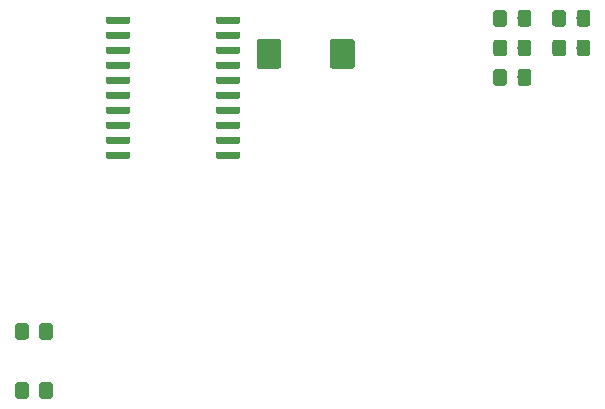
<source format=gbr>
G04 #@! TF.GenerationSoftware,KiCad,Pcbnew,(5.1.4)-1*
G04 #@! TF.CreationDate,2019-09-08T20:59:56-07:00*
G04 #@! TF.ProjectId,arduino-micro,61726475-696e-46f2-9d6d-6963726f2e6b,rev?*
G04 #@! TF.SameCoordinates,Original*
G04 #@! TF.FileFunction,Paste,Bot*
G04 #@! TF.FilePolarity,Positive*
%FSLAX46Y46*%
G04 Gerber Fmt 4.6, Leading zero omitted, Abs format (unit mm)*
G04 Created by KiCad (PCBNEW (5.1.4)-1) date 2019-09-08 20:59:56*
%MOMM*%
%LPD*%
G04 APERTURE LIST*
%ADD10C,0.100000*%
%ADD11C,2.075000*%
%ADD12C,0.600000*%
%ADD13C,1.150000*%
G04 APERTURE END LIST*
D10*
G36*
X159924504Y-98726204D02*
G01*
X159948773Y-98729804D01*
X159972571Y-98735765D01*
X159995671Y-98744030D01*
X160017849Y-98754520D01*
X160038893Y-98767133D01*
X160058598Y-98781747D01*
X160076777Y-98798223D01*
X160093253Y-98816402D01*
X160107867Y-98836107D01*
X160120480Y-98857151D01*
X160130970Y-98879329D01*
X160139235Y-98902429D01*
X160145196Y-98926227D01*
X160148796Y-98950496D01*
X160150000Y-98975000D01*
X160150000Y-101025000D01*
X160148796Y-101049504D01*
X160145196Y-101073773D01*
X160139235Y-101097571D01*
X160130970Y-101120671D01*
X160120480Y-101142849D01*
X160107867Y-101163893D01*
X160093253Y-101183598D01*
X160076777Y-101201777D01*
X160058598Y-101218253D01*
X160038893Y-101232867D01*
X160017849Y-101245480D01*
X159995671Y-101255970D01*
X159972571Y-101264235D01*
X159948773Y-101270196D01*
X159924504Y-101273796D01*
X159900000Y-101275000D01*
X158325000Y-101275000D01*
X158300496Y-101273796D01*
X158276227Y-101270196D01*
X158252429Y-101264235D01*
X158229329Y-101255970D01*
X158207151Y-101245480D01*
X158186107Y-101232867D01*
X158166402Y-101218253D01*
X158148223Y-101201777D01*
X158131747Y-101183598D01*
X158117133Y-101163893D01*
X158104520Y-101142849D01*
X158094030Y-101120671D01*
X158085765Y-101097571D01*
X158079804Y-101073773D01*
X158076204Y-101049504D01*
X158075000Y-101025000D01*
X158075000Y-98975000D01*
X158076204Y-98950496D01*
X158079804Y-98926227D01*
X158085765Y-98902429D01*
X158094030Y-98879329D01*
X158104520Y-98857151D01*
X158117133Y-98836107D01*
X158131747Y-98816402D01*
X158148223Y-98798223D01*
X158166402Y-98781747D01*
X158186107Y-98767133D01*
X158207151Y-98754520D01*
X158229329Y-98744030D01*
X158252429Y-98735765D01*
X158276227Y-98729804D01*
X158300496Y-98726204D01*
X158325000Y-98725000D01*
X159900000Y-98725000D01*
X159924504Y-98726204D01*
X159924504Y-98726204D01*
G37*
D11*
X159112500Y-100000000D03*
D10*
G36*
X153699504Y-98726204D02*
G01*
X153723773Y-98729804D01*
X153747571Y-98735765D01*
X153770671Y-98744030D01*
X153792849Y-98754520D01*
X153813893Y-98767133D01*
X153833598Y-98781747D01*
X153851777Y-98798223D01*
X153868253Y-98816402D01*
X153882867Y-98836107D01*
X153895480Y-98857151D01*
X153905970Y-98879329D01*
X153914235Y-98902429D01*
X153920196Y-98926227D01*
X153923796Y-98950496D01*
X153925000Y-98975000D01*
X153925000Y-101025000D01*
X153923796Y-101049504D01*
X153920196Y-101073773D01*
X153914235Y-101097571D01*
X153905970Y-101120671D01*
X153895480Y-101142849D01*
X153882867Y-101163893D01*
X153868253Y-101183598D01*
X153851777Y-101201777D01*
X153833598Y-101218253D01*
X153813893Y-101232867D01*
X153792849Y-101245480D01*
X153770671Y-101255970D01*
X153747571Y-101264235D01*
X153723773Y-101270196D01*
X153699504Y-101273796D01*
X153675000Y-101275000D01*
X152100000Y-101275000D01*
X152075496Y-101273796D01*
X152051227Y-101270196D01*
X152027429Y-101264235D01*
X152004329Y-101255970D01*
X151982151Y-101245480D01*
X151961107Y-101232867D01*
X151941402Y-101218253D01*
X151923223Y-101201777D01*
X151906747Y-101183598D01*
X151892133Y-101163893D01*
X151879520Y-101142849D01*
X151869030Y-101120671D01*
X151860765Y-101097571D01*
X151854804Y-101073773D01*
X151851204Y-101049504D01*
X151850000Y-101025000D01*
X151850000Y-98975000D01*
X151851204Y-98950496D01*
X151854804Y-98926227D01*
X151860765Y-98902429D01*
X151869030Y-98879329D01*
X151879520Y-98857151D01*
X151892133Y-98836107D01*
X151906747Y-98816402D01*
X151923223Y-98798223D01*
X151941402Y-98781747D01*
X151961107Y-98767133D01*
X151982151Y-98754520D01*
X152004329Y-98744030D01*
X152027429Y-98735765D01*
X152051227Y-98729804D01*
X152075496Y-98726204D01*
X152100000Y-98725000D01*
X153675000Y-98725000D01*
X153699504Y-98726204D01*
X153699504Y-98726204D01*
G37*
D11*
X152887500Y-100000000D03*
D10*
G36*
X150319703Y-108285722D02*
G01*
X150334264Y-108287882D01*
X150348543Y-108291459D01*
X150362403Y-108296418D01*
X150375710Y-108302712D01*
X150388336Y-108310280D01*
X150400159Y-108319048D01*
X150411066Y-108328934D01*
X150420952Y-108339841D01*
X150429720Y-108351664D01*
X150437288Y-108364290D01*
X150443582Y-108377597D01*
X150448541Y-108391457D01*
X150452118Y-108405736D01*
X150454278Y-108420297D01*
X150455000Y-108435000D01*
X150455000Y-108735000D01*
X150454278Y-108749703D01*
X150452118Y-108764264D01*
X150448541Y-108778543D01*
X150443582Y-108792403D01*
X150437288Y-108805710D01*
X150429720Y-108818336D01*
X150420952Y-108830159D01*
X150411066Y-108841066D01*
X150400159Y-108850952D01*
X150388336Y-108859720D01*
X150375710Y-108867288D01*
X150362403Y-108873582D01*
X150348543Y-108878541D01*
X150334264Y-108882118D01*
X150319703Y-108884278D01*
X150305000Y-108885000D01*
X148555000Y-108885000D01*
X148540297Y-108884278D01*
X148525736Y-108882118D01*
X148511457Y-108878541D01*
X148497597Y-108873582D01*
X148484290Y-108867288D01*
X148471664Y-108859720D01*
X148459841Y-108850952D01*
X148448934Y-108841066D01*
X148439048Y-108830159D01*
X148430280Y-108818336D01*
X148422712Y-108805710D01*
X148416418Y-108792403D01*
X148411459Y-108778543D01*
X148407882Y-108764264D01*
X148405722Y-108749703D01*
X148405000Y-108735000D01*
X148405000Y-108435000D01*
X148405722Y-108420297D01*
X148407882Y-108405736D01*
X148411459Y-108391457D01*
X148416418Y-108377597D01*
X148422712Y-108364290D01*
X148430280Y-108351664D01*
X148439048Y-108339841D01*
X148448934Y-108328934D01*
X148459841Y-108319048D01*
X148471664Y-108310280D01*
X148484290Y-108302712D01*
X148497597Y-108296418D01*
X148511457Y-108291459D01*
X148525736Y-108287882D01*
X148540297Y-108285722D01*
X148555000Y-108285000D01*
X150305000Y-108285000D01*
X150319703Y-108285722D01*
X150319703Y-108285722D01*
G37*
D12*
X149430000Y-108585000D03*
D10*
G36*
X150319703Y-107015722D02*
G01*
X150334264Y-107017882D01*
X150348543Y-107021459D01*
X150362403Y-107026418D01*
X150375710Y-107032712D01*
X150388336Y-107040280D01*
X150400159Y-107049048D01*
X150411066Y-107058934D01*
X150420952Y-107069841D01*
X150429720Y-107081664D01*
X150437288Y-107094290D01*
X150443582Y-107107597D01*
X150448541Y-107121457D01*
X150452118Y-107135736D01*
X150454278Y-107150297D01*
X150455000Y-107165000D01*
X150455000Y-107465000D01*
X150454278Y-107479703D01*
X150452118Y-107494264D01*
X150448541Y-107508543D01*
X150443582Y-107522403D01*
X150437288Y-107535710D01*
X150429720Y-107548336D01*
X150420952Y-107560159D01*
X150411066Y-107571066D01*
X150400159Y-107580952D01*
X150388336Y-107589720D01*
X150375710Y-107597288D01*
X150362403Y-107603582D01*
X150348543Y-107608541D01*
X150334264Y-107612118D01*
X150319703Y-107614278D01*
X150305000Y-107615000D01*
X148555000Y-107615000D01*
X148540297Y-107614278D01*
X148525736Y-107612118D01*
X148511457Y-107608541D01*
X148497597Y-107603582D01*
X148484290Y-107597288D01*
X148471664Y-107589720D01*
X148459841Y-107580952D01*
X148448934Y-107571066D01*
X148439048Y-107560159D01*
X148430280Y-107548336D01*
X148422712Y-107535710D01*
X148416418Y-107522403D01*
X148411459Y-107508543D01*
X148407882Y-107494264D01*
X148405722Y-107479703D01*
X148405000Y-107465000D01*
X148405000Y-107165000D01*
X148405722Y-107150297D01*
X148407882Y-107135736D01*
X148411459Y-107121457D01*
X148416418Y-107107597D01*
X148422712Y-107094290D01*
X148430280Y-107081664D01*
X148439048Y-107069841D01*
X148448934Y-107058934D01*
X148459841Y-107049048D01*
X148471664Y-107040280D01*
X148484290Y-107032712D01*
X148497597Y-107026418D01*
X148511457Y-107021459D01*
X148525736Y-107017882D01*
X148540297Y-107015722D01*
X148555000Y-107015000D01*
X150305000Y-107015000D01*
X150319703Y-107015722D01*
X150319703Y-107015722D01*
G37*
D12*
X149430000Y-107315000D03*
D10*
G36*
X150319703Y-105745722D02*
G01*
X150334264Y-105747882D01*
X150348543Y-105751459D01*
X150362403Y-105756418D01*
X150375710Y-105762712D01*
X150388336Y-105770280D01*
X150400159Y-105779048D01*
X150411066Y-105788934D01*
X150420952Y-105799841D01*
X150429720Y-105811664D01*
X150437288Y-105824290D01*
X150443582Y-105837597D01*
X150448541Y-105851457D01*
X150452118Y-105865736D01*
X150454278Y-105880297D01*
X150455000Y-105895000D01*
X150455000Y-106195000D01*
X150454278Y-106209703D01*
X150452118Y-106224264D01*
X150448541Y-106238543D01*
X150443582Y-106252403D01*
X150437288Y-106265710D01*
X150429720Y-106278336D01*
X150420952Y-106290159D01*
X150411066Y-106301066D01*
X150400159Y-106310952D01*
X150388336Y-106319720D01*
X150375710Y-106327288D01*
X150362403Y-106333582D01*
X150348543Y-106338541D01*
X150334264Y-106342118D01*
X150319703Y-106344278D01*
X150305000Y-106345000D01*
X148555000Y-106345000D01*
X148540297Y-106344278D01*
X148525736Y-106342118D01*
X148511457Y-106338541D01*
X148497597Y-106333582D01*
X148484290Y-106327288D01*
X148471664Y-106319720D01*
X148459841Y-106310952D01*
X148448934Y-106301066D01*
X148439048Y-106290159D01*
X148430280Y-106278336D01*
X148422712Y-106265710D01*
X148416418Y-106252403D01*
X148411459Y-106238543D01*
X148407882Y-106224264D01*
X148405722Y-106209703D01*
X148405000Y-106195000D01*
X148405000Y-105895000D01*
X148405722Y-105880297D01*
X148407882Y-105865736D01*
X148411459Y-105851457D01*
X148416418Y-105837597D01*
X148422712Y-105824290D01*
X148430280Y-105811664D01*
X148439048Y-105799841D01*
X148448934Y-105788934D01*
X148459841Y-105779048D01*
X148471664Y-105770280D01*
X148484290Y-105762712D01*
X148497597Y-105756418D01*
X148511457Y-105751459D01*
X148525736Y-105747882D01*
X148540297Y-105745722D01*
X148555000Y-105745000D01*
X150305000Y-105745000D01*
X150319703Y-105745722D01*
X150319703Y-105745722D01*
G37*
D12*
X149430000Y-106045000D03*
D10*
G36*
X150319703Y-104475722D02*
G01*
X150334264Y-104477882D01*
X150348543Y-104481459D01*
X150362403Y-104486418D01*
X150375710Y-104492712D01*
X150388336Y-104500280D01*
X150400159Y-104509048D01*
X150411066Y-104518934D01*
X150420952Y-104529841D01*
X150429720Y-104541664D01*
X150437288Y-104554290D01*
X150443582Y-104567597D01*
X150448541Y-104581457D01*
X150452118Y-104595736D01*
X150454278Y-104610297D01*
X150455000Y-104625000D01*
X150455000Y-104925000D01*
X150454278Y-104939703D01*
X150452118Y-104954264D01*
X150448541Y-104968543D01*
X150443582Y-104982403D01*
X150437288Y-104995710D01*
X150429720Y-105008336D01*
X150420952Y-105020159D01*
X150411066Y-105031066D01*
X150400159Y-105040952D01*
X150388336Y-105049720D01*
X150375710Y-105057288D01*
X150362403Y-105063582D01*
X150348543Y-105068541D01*
X150334264Y-105072118D01*
X150319703Y-105074278D01*
X150305000Y-105075000D01*
X148555000Y-105075000D01*
X148540297Y-105074278D01*
X148525736Y-105072118D01*
X148511457Y-105068541D01*
X148497597Y-105063582D01*
X148484290Y-105057288D01*
X148471664Y-105049720D01*
X148459841Y-105040952D01*
X148448934Y-105031066D01*
X148439048Y-105020159D01*
X148430280Y-105008336D01*
X148422712Y-104995710D01*
X148416418Y-104982403D01*
X148411459Y-104968543D01*
X148407882Y-104954264D01*
X148405722Y-104939703D01*
X148405000Y-104925000D01*
X148405000Y-104625000D01*
X148405722Y-104610297D01*
X148407882Y-104595736D01*
X148411459Y-104581457D01*
X148416418Y-104567597D01*
X148422712Y-104554290D01*
X148430280Y-104541664D01*
X148439048Y-104529841D01*
X148448934Y-104518934D01*
X148459841Y-104509048D01*
X148471664Y-104500280D01*
X148484290Y-104492712D01*
X148497597Y-104486418D01*
X148511457Y-104481459D01*
X148525736Y-104477882D01*
X148540297Y-104475722D01*
X148555000Y-104475000D01*
X150305000Y-104475000D01*
X150319703Y-104475722D01*
X150319703Y-104475722D01*
G37*
D12*
X149430000Y-104775000D03*
D10*
G36*
X150319703Y-103205722D02*
G01*
X150334264Y-103207882D01*
X150348543Y-103211459D01*
X150362403Y-103216418D01*
X150375710Y-103222712D01*
X150388336Y-103230280D01*
X150400159Y-103239048D01*
X150411066Y-103248934D01*
X150420952Y-103259841D01*
X150429720Y-103271664D01*
X150437288Y-103284290D01*
X150443582Y-103297597D01*
X150448541Y-103311457D01*
X150452118Y-103325736D01*
X150454278Y-103340297D01*
X150455000Y-103355000D01*
X150455000Y-103655000D01*
X150454278Y-103669703D01*
X150452118Y-103684264D01*
X150448541Y-103698543D01*
X150443582Y-103712403D01*
X150437288Y-103725710D01*
X150429720Y-103738336D01*
X150420952Y-103750159D01*
X150411066Y-103761066D01*
X150400159Y-103770952D01*
X150388336Y-103779720D01*
X150375710Y-103787288D01*
X150362403Y-103793582D01*
X150348543Y-103798541D01*
X150334264Y-103802118D01*
X150319703Y-103804278D01*
X150305000Y-103805000D01*
X148555000Y-103805000D01*
X148540297Y-103804278D01*
X148525736Y-103802118D01*
X148511457Y-103798541D01*
X148497597Y-103793582D01*
X148484290Y-103787288D01*
X148471664Y-103779720D01*
X148459841Y-103770952D01*
X148448934Y-103761066D01*
X148439048Y-103750159D01*
X148430280Y-103738336D01*
X148422712Y-103725710D01*
X148416418Y-103712403D01*
X148411459Y-103698543D01*
X148407882Y-103684264D01*
X148405722Y-103669703D01*
X148405000Y-103655000D01*
X148405000Y-103355000D01*
X148405722Y-103340297D01*
X148407882Y-103325736D01*
X148411459Y-103311457D01*
X148416418Y-103297597D01*
X148422712Y-103284290D01*
X148430280Y-103271664D01*
X148439048Y-103259841D01*
X148448934Y-103248934D01*
X148459841Y-103239048D01*
X148471664Y-103230280D01*
X148484290Y-103222712D01*
X148497597Y-103216418D01*
X148511457Y-103211459D01*
X148525736Y-103207882D01*
X148540297Y-103205722D01*
X148555000Y-103205000D01*
X150305000Y-103205000D01*
X150319703Y-103205722D01*
X150319703Y-103205722D01*
G37*
D12*
X149430000Y-103505000D03*
D10*
G36*
X150319703Y-101935722D02*
G01*
X150334264Y-101937882D01*
X150348543Y-101941459D01*
X150362403Y-101946418D01*
X150375710Y-101952712D01*
X150388336Y-101960280D01*
X150400159Y-101969048D01*
X150411066Y-101978934D01*
X150420952Y-101989841D01*
X150429720Y-102001664D01*
X150437288Y-102014290D01*
X150443582Y-102027597D01*
X150448541Y-102041457D01*
X150452118Y-102055736D01*
X150454278Y-102070297D01*
X150455000Y-102085000D01*
X150455000Y-102385000D01*
X150454278Y-102399703D01*
X150452118Y-102414264D01*
X150448541Y-102428543D01*
X150443582Y-102442403D01*
X150437288Y-102455710D01*
X150429720Y-102468336D01*
X150420952Y-102480159D01*
X150411066Y-102491066D01*
X150400159Y-102500952D01*
X150388336Y-102509720D01*
X150375710Y-102517288D01*
X150362403Y-102523582D01*
X150348543Y-102528541D01*
X150334264Y-102532118D01*
X150319703Y-102534278D01*
X150305000Y-102535000D01*
X148555000Y-102535000D01*
X148540297Y-102534278D01*
X148525736Y-102532118D01*
X148511457Y-102528541D01*
X148497597Y-102523582D01*
X148484290Y-102517288D01*
X148471664Y-102509720D01*
X148459841Y-102500952D01*
X148448934Y-102491066D01*
X148439048Y-102480159D01*
X148430280Y-102468336D01*
X148422712Y-102455710D01*
X148416418Y-102442403D01*
X148411459Y-102428543D01*
X148407882Y-102414264D01*
X148405722Y-102399703D01*
X148405000Y-102385000D01*
X148405000Y-102085000D01*
X148405722Y-102070297D01*
X148407882Y-102055736D01*
X148411459Y-102041457D01*
X148416418Y-102027597D01*
X148422712Y-102014290D01*
X148430280Y-102001664D01*
X148439048Y-101989841D01*
X148448934Y-101978934D01*
X148459841Y-101969048D01*
X148471664Y-101960280D01*
X148484290Y-101952712D01*
X148497597Y-101946418D01*
X148511457Y-101941459D01*
X148525736Y-101937882D01*
X148540297Y-101935722D01*
X148555000Y-101935000D01*
X150305000Y-101935000D01*
X150319703Y-101935722D01*
X150319703Y-101935722D01*
G37*
D12*
X149430000Y-102235000D03*
D10*
G36*
X150319703Y-100665722D02*
G01*
X150334264Y-100667882D01*
X150348543Y-100671459D01*
X150362403Y-100676418D01*
X150375710Y-100682712D01*
X150388336Y-100690280D01*
X150400159Y-100699048D01*
X150411066Y-100708934D01*
X150420952Y-100719841D01*
X150429720Y-100731664D01*
X150437288Y-100744290D01*
X150443582Y-100757597D01*
X150448541Y-100771457D01*
X150452118Y-100785736D01*
X150454278Y-100800297D01*
X150455000Y-100815000D01*
X150455000Y-101115000D01*
X150454278Y-101129703D01*
X150452118Y-101144264D01*
X150448541Y-101158543D01*
X150443582Y-101172403D01*
X150437288Y-101185710D01*
X150429720Y-101198336D01*
X150420952Y-101210159D01*
X150411066Y-101221066D01*
X150400159Y-101230952D01*
X150388336Y-101239720D01*
X150375710Y-101247288D01*
X150362403Y-101253582D01*
X150348543Y-101258541D01*
X150334264Y-101262118D01*
X150319703Y-101264278D01*
X150305000Y-101265000D01*
X148555000Y-101265000D01*
X148540297Y-101264278D01*
X148525736Y-101262118D01*
X148511457Y-101258541D01*
X148497597Y-101253582D01*
X148484290Y-101247288D01*
X148471664Y-101239720D01*
X148459841Y-101230952D01*
X148448934Y-101221066D01*
X148439048Y-101210159D01*
X148430280Y-101198336D01*
X148422712Y-101185710D01*
X148416418Y-101172403D01*
X148411459Y-101158543D01*
X148407882Y-101144264D01*
X148405722Y-101129703D01*
X148405000Y-101115000D01*
X148405000Y-100815000D01*
X148405722Y-100800297D01*
X148407882Y-100785736D01*
X148411459Y-100771457D01*
X148416418Y-100757597D01*
X148422712Y-100744290D01*
X148430280Y-100731664D01*
X148439048Y-100719841D01*
X148448934Y-100708934D01*
X148459841Y-100699048D01*
X148471664Y-100690280D01*
X148484290Y-100682712D01*
X148497597Y-100676418D01*
X148511457Y-100671459D01*
X148525736Y-100667882D01*
X148540297Y-100665722D01*
X148555000Y-100665000D01*
X150305000Y-100665000D01*
X150319703Y-100665722D01*
X150319703Y-100665722D01*
G37*
D12*
X149430000Y-100965000D03*
D10*
G36*
X150319703Y-99395722D02*
G01*
X150334264Y-99397882D01*
X150348543Y-99401459D01*
X150362403Y-99406418D01*
X150375710Y-99412712D01*
X150388336Y-99420280D01*
X150400159Y-99429048D01*
X150411066Y-99438934D01*
X150420952Y-99449841D01*
X150429720Y-99461664D01*
X150437288Y-99474290D01*
X150443582Y-99487597D01*
X150448541Y-99501457D01*
X150452118Y-99515736D01*
X150454278Y-99530297D01*
X150455000Y-99545000D01*
X150455000Y-99845000D01*
X150454278Y-99859703D01*
X150452118Y-99874264D01*
X150448541Y-99888543D01*
X150443582Y-99902403D01*
X150437288Y-99915710D01*
X150429720Y-99928336D01*
X150420952Y-99940159D01*
X150411066Y-99951066D01*
X150400159Y-99960952D01*
X150388336Y-99969720D01*
X150375710Y-99977288D01*
X150362403Y-99983582D01*
X150348543Y-99988541D01*
X150334264Y-99992118D01*
X150319703Y-99994278D01*
X150305000Y-99995000D01*
X148555000Y-99995000D01*
X148540297Y-99994278D01*
X148525736Y-99992118D01*
X148511457Y-99988541D01*
X148497597Y-99983582D01*
X148484290Y-99977288D01*
X148471664Y-99969720D01*
X148459841Y-99960952D01*
X148448934Y-99951066D01*
X148439048Y-99940159D01*
X148430280Y-99928336D01*
X148422712Y-99915710D01*
X148416418Y-99902403D01*
X148411459Y-99888543D01*
X148407882Y-99874264D01*
X148405722Y-99859703D01*
X148405000Y-99845000D01*
X148405000Y-99545000D01*
X148405722Y-99530297D01*
X148407882Y-99515736D01*
X148411459Y-99501457D01*
X148416418Y-99487597D01*
X148422712Y-99474290D01*
X148430280Y-99461664D01*
X148439048Y-99449841D01*
X148448934Y-99438934D01*
X148459841Y-99429048D01*
X148471664Y-99420280D01*
X148484290Y-99412712D01*
X148497597Y-99406418D01*
X148511457Y-99401459D01*
X148525736Y-99397882D01*
X148540297Y-99395722D01*
X148555000Y-99395000D01*
X150305000Y-99395000D01*
X150319703Y-99395722D01*
X150319703Y-99395722D01*
G37*
D12*
X149430000Y-99695000D03*
D10*
G36*
X150319703Y-98125722D02*
G01*
X150334264Y-98127882D01*
X150348543Y-98131459D01*
X150362403Y-98136418D01*
X150375710Y-98142712D01*
X150388336Y-98150280D01*
X150400159Y-98159048D01*
X150411066Y-98168934D01*
X150420952Y-98179841D01*
X150429720Y-98191664D01*
X150437288Y-98204290D01*
X150443582Y-98217597D01*
X150448541Y-98231457D01*
X150452118Y-98245736D01*
X150454278Y-98260297D01*
X150455000Y-98275000D01*
X150455000Y-98575000D01*
X150454278Y-98589703D01*
X150452118Y-98604264D01*
X150448541Y-98618543D01*
X150443582Y-98632403D01*
X150437288Y-98645710D01*
X150429720Y-98658336D01*
X150420952Y-98670159D01*
X150411066Y-98681066D01*
X150400159Y-98690952D01*
X150388336Y-98699720D01*
X150375710Y-98707288D01*
X150362403Y-98713582D01*
X150348543Y-98718541D01*
X150334264Y-98722118D01*
X150319703Y-98724278D01*
X150305000Y-98725000D01*
X148555000Y-98725000D01*
X148540297Y-98724278D01*
X148525736Y-98722118D01*
X148511457Y-98718541D01*
X148497597Y-98713582D01*
X148484290Y-98707288D01*
X148471664Y-98699720D01*
X148459841Y-98690952D01*
X148448934Y-98681066D01*
X148439048Y-98670159D01*
X148430280Y-98658336D01*
X148422712Y-98645710D01*
X148416418Y-98632403D01*
X148411459Y-98618543D01*
X148407882Y-98604264D01*
X148405722Y-98589703D01*
X148405000Y-98575000D01*
X148405000Y-98275000D01*
X148405722Y-98260297D01*
X148407882Y-98245736D01*
X148411459Y-98231457D01*
X148416418Y-98217597D01*
X148422712Y-98204290D01*
X148430280Y-98191664D01*
X148439048Y-98179841D01*
X148448934Y-98168934D01*
X148459841Y-98159048D01*
X148471664Y-98150280D01*
X148484290Y-98142712D01*
X148497597Y-98136418D01*
X148511457Y-98131459D01*
X148525736Y-98127882D01*
X148540297Y-98125722D01*
X148555000Y-98125000D01*
X150305000Y-98125000D01*
X150319703Y-98125722D01*
X150319703Y-98125722D01*
G37*
D12*
X149430000Y-98425000D03*
D10*
G36*
X150319703Y-96855722D02*
G01*
X150334264Y-96857882D01*
X150348543Y-96861459D01*
X150362403Y-96866418D01*
X150375710Y-96872712D01*
X150388336Y-96880280D01*
X150400159Y-96889048D01*
X150411066Y-96898934D01*
X150420952Y-96909841D01*
X150429720Y-96921664D01*
X150437288Y-96934290D01*
X150443582Y-96947597D01*
X150448541Y-96961457D01*
X150452118Y-96975736D01*
X150454278Y-96990297D01*
X150455000Y-97005000D01*
X150455000Y-97305000D01*
X150454278Y-97319703D01*
X150452118Y-97334264D01*
X150448541Y-97348543D01*
X150443582Y-97362403D01*
X150437288Y-97375710D01*
X150429720Y-97388336D01*
X150420952Y-97400159D01*
X150411066Y-97411066D01*
X150400159Y-97420952D01*
X150388336Y-97429720D01*
X150375710Y-97437288D01*
X150362403Y-97443582D01*
X150348543Y-97448541D01*
X150334264Y-97452118D01*
X150319703Y-97454278D01*
X150305000Y-97455000D01*
X148555000Y-97455000D01*
X148540297Y-97454278D01*
X148525736Y-97452118D01*
X148511457Y-97448541D01*
X148497597Y-97443582D01*
X148484290Y-97437288D01*
X148471664Y-97429720D01*
X148459841Y-97420952D01*
X148448934Y-97411066D01*
X148439048Y-97400159D01*
X148430280Y-97388336D01*
X148422712Y-97375710D01*
X148416418Y-97362403D01*
X148411459Y-97348543D01*
X148407882Y-97334264D01*
X148405722Y-97319703D01*
X148405000Y-97305000D01*
X148405000Y-97005000D01*
X148405722Y-96990297D01*
X148407882Y-96975736D01*
X148411459Y-96961457D01*
X148416418Y-96947597D01*
X148422712Y-96934290D01*
X148430280Y-96921664D01*
X148439048Y-96909841D01*
X148448934Y-96898934D01*
X148459841Y-96889048D01*
X148471664Y-96880280D01*
X148484290Y-96872712D01*
X148497597Y-96866418D01*
X148511457Y-96861459D01*
X148525736Y-96857882D01*
X148540297Y-96855722D01*
X148555000Y-96855000D01*
X150305000Y-96855000D01*
X150319703Y-96855722D01*
X150319703Y-96855722D01*
G37*
D12*
X149430000Y-97155000D03*
D10*
G36*
X141019703Y-96855722D02*
G01*
X141034264Y-96857882D01*
X141048543Y-96861459D01*
X141062403Y-96866418D01*
X141075710Y-96872712D01*
X141088336Y-96880280D01*
X141100159Y-96889048D01*
X141111066Y-96898934D01*
X141120952Y-96909841D01*
X141129720Y-96921664D01*
X141137288Y-96934290D01*
X141143582Y-96947597D01*
X141148541Y-96961457D01*
X141152118Y-96975736D01*
X141154278Y-96990297D01*
X141155000Y-97005000D01*
X141155000Y-97305000D01*
X141154278Y-97319703D01*
X141152118Y-97334264D01*
X141148541Y-97348543D01*
X141143582Y-97362403D01*
X141137288Y-97375710D01*
X141129720Y-97388336D01*
X141120952Y-97400159D01*
X141111066Y-97411066D01*
X141100159Y-97420952D01*
X141088336Y-97429720D01*
X141075710Y-97437288D01*
X141062403Y-97443582D01*
X141048543Y-97448541D01*
X141034264Y-97452118D01*
X141019703Y-97454278D01*
X141005000Y-97455000D01*
X139255000Y-97455000D01*
X139240297Y-97454278D01*
X139225736Y-97452118D01*
X139211457Y-97448541D01*
X139197597Y-97443582D01*
X139184290Y-97437288D01*
X139171664Y-97429720D01*
X139159841Y-97420952D01*
X139148934Y-97411066D01*
X139139048Y-97400159D01*
X139130280Y-97388336D01*
X139122712Y-97375710D01*
X139116418Y-97362403D01*
X139111459Y-97348543D01*
X139107882Y-97334264D01*
X139105722Y-97319703D01*
X139105000Y-97305000D01*
X139105000Y-97005000D01*
X139105722Y-96990297D01*
X139107882Y-96975736D01*
X139111459Y-96961457D01*
X139116418Y-96947597D01*
X139122712Y-96934290D01*
X139130280Y-96921664D01*
X139139048Y-96909841D01*
X139148934Y-96898934D01*
X139159841Y-96889048D01*
X139171664Y-96880280D01*
X139184290Y-96872712D01*
X139197597Y-96866418D01*
X139211457Y-96861459D01*
X139225736Y-96857882D01*
X139240297Y-96855722D01*
X139255000Y-96855000D01*
X141005000Y-96855000D01*
X141019703Y-96855722D01*
X141019703Y-96855722D01*
G37*
D12*
X140130000Y-97155000D03*
D10*
G36*
X141019703Y-98125722D02*
G01*
X141034264Y-98127882D01*
X141048543Y-98131459D01*
X141062403Y-98136418D01*
X141075710Y-98142712D01*
X141088336Y-98150280D01*
X141100159Y-98159048D01*
X141111066Y-98168934D01*
X141120952Y-98179841D01*
X141129720Y-98191664D01*
X141137288Y-98204290D01*
X141143582Y-98217597D01*
X141148541Y-98231457D01*
X141152118Y-98245736D01*
X141154278Y-98260297D01*
X141155000Y-98275000D01*
X141155000Y-98575000D01*
X141154278Y-98589703D01*
X141152118Y-98604264D01*
X141148541Y-98618543D01*
X141143582Y-98632403D01*
X141137288Y-98645710D01*
X141129720Y-98658336D01*
X141120952Y-98670159D01*
X141111066Y-98681066D01*
X141100159Y-98690952D01*
X141088336Y-98699720D01*
X141075710Y-98707288D01*
X141062403Y-98713582D01*
X141048543Y-98718541D01*
X141034264Y-98722118D01*
X141019703Y-98724278D01*
X141005000Y-98725000D01*
X139255000Y-98725000D01*
X139240297Y-98724278D01*
X139225736Y-98722118D01*
X139211457Y-98718541D01*
X139197597Y-98713582D01*
X139184290Y-98707288D01*
X139171664Y-98699720D01*
X139159841Y-98690952D01*
X139148934Y-98681066D01*
X139139048Y-98670159D01*
X139130280Y-98658336D01*
X139122712Y-98645710D01*
X139116418Y-98632403D01*
X139111459Y-98618543D01*
X139107882Y-98604264D01*
X139105722Y-98589703D01*
X139105000Y-98575000D01*
X139105000Y-98275000D01*
X139105722Y-98260297D01*
X139107882Y-98245736D01*
X139111459Y-98231457D01*
X139116418Y-98217597D01*
X139122712Y-98204290D01*
X139130280Y-98191664D01*
X139139048Y-98179841D01*
X139148934Y-98168934D01*
X139159841Y-98159048D01*
X139171664Y-98150280D01*
X139184290Y-98142712D01*
X139197597Y-98136418D01*
X139211457Y-98131459D01*
X139225736Y-98127882D01*
X139240297Y-98125722D01*
X139255000Y-98125000D01*
X141005000Y-98125000D01*
X141019703Y-98125722D01*
X141019703Y-98125722D01*
G37*
D12*
X140130000Y-98425000D03*
D10*
G36*
X141019703Y-99395722D02*
G01*
X141034264Y-99397882D01*
X141048543Y-99401459D01*
X141062403Y-99406418D01*
X141075710Y-99412712D01*
X141088336Y-99420280D01*
X141100159Y-99429048D01*
X141111066Y-99438934D01*
X141120952Y-99449841D01*
X141129720Y-99461664D01*
X141137288Y-99474290D01*
X141143582Y-99487597D01*
X141148541Y-99501457D01*
X141152118Y-99515736D01*
X141154278Y-99530297D01*
X141155000Y-99545000D01*
X141155000Y-99845000D01*
X141154278Y-99859703D01*
X141152118Y-99874264D01*
X141148541Y-99888543D01*
X141143582Y-99902403D01*
X141137288Y-99915710D01*
X141129720Y-99928336D01*
X141120952Y-99940159D01*
X141111066Y-99951066D01*
X141100159Y-99960952D01*
X141088336Y-99969720D01*
X141075710Y-99977288D01*
X141062403Y-99983582D01*
X141048543Y-99988541D01*
X141034264Y-99992118D01*
X141019703Y-99994278D01*
X141005000Y-99995000D01*
X139255000Y-99995000D01*
X139240297Y-99994278D01*
X139225736Y-99992118D01*
X139211457Y-99988541D01*
X139197597Y-99983582D01*
X139184290Y-99977288D01*
X139171664Y-99969720D01*
X139159841Y-99960952D01*
X139148934Y-99951066D01*
X139139048Y-99940159D01*
X139130280Y-99928336D01*
X139122712Y-99915710D01*
X139116418Y-99902403D01*
X139111459Y-99888543D01*
X139107882Y-99874264D01*
X139105722Y-99859703D01*
X139105000Y-99845000D01*
X139105000Y-99545000D01*
X139105722Y-99530297D01*
X139107882Y-99515736D01*
X139111459Y-99501457D01*
X139116418Y-99487597D01*
X139122712Y-99474290D01*
X139130280Y-99461664D01*
X139139048Y-99449841D01*
X139148934Y-99438934D01*
X139159841Y-99429048D01*
X139171664Y-99420280D01*
X139184290Y-99412712D01*
X139197597Y-99406418D01*
X139211457Y-99401459D01*
X139225736Y-99397882D01*
X139240297Y-99395722D01*
X139255000Y-99395000D01*
X141005000Y-99395000D01*
X141019703Y-99395722D01*
X141019703Y-99395722D01*
G37*
D12*
X140130000Y-99695000D03*
D10*
G36*
X141019703Y-100665722D02*
G01*
X141034264Y-100667882D01*
X141048543Y-100671459D01*
X141062403Y-100676418D01*
X141075710Y-100682712D01*
X141088336Y-100690280D01*
X141100159Y-100699048D01*
X141111066Y-100708934D01*
X141120952Y-100719841D01*
X141129720Y-100731664D01*
X141137288Y-100744290D01*
X141143582Y-100757597D01*
X141148541Y-100771457D01*
X141152118Y-100785736D01*
X141154278Y-100800297D01*
X141155000Y-100815000D01*
X141155000Y-101115000D01*
X141154278Y-101129703D01*
X141152118Y-101144264D01*
X141148541Y-101158543D01*
X141143582Y-101172403D01*
X141137288Y-101185710D01*
X141129720Y-101198336D01*
X141120952Y-101210159D01*
X141111066Y-101221066D01*
X141100159Y-101230952D01*
X141088336Y-101239720D01*
X141075710Y-101247288D01*
X141062403Y-101253582D01*
X141048543Y-101258541D01*
X141034264Y-101262118D01*
X141019703Y-101264278D01*
X141005000Y-101265000D01*
X139255000Y-101265000D01*
X139240297Y-101264278D01*
X139225736Y-101262118D01*
X139211457Y-101258541D01*
X139197597Y-101253582D01*
X139184290Y-101247288D01*
X139171664Y-101239720D01*
X139159841Y-101230952D01*
X139148934Y-101221066D01*
X139139048Y-101210159D01*
X139130280Y-101198336D01*
X139122712Y-101185710D01*
X139116418Y-101172403D01*
X139111459Y-101158543D01*
X139107882Y-101144264D01*
X139105722Y-101129703D01*
X139105000Y-101115000D01*
X139105000Y-100815000D01*
X139105722Y-100800297D01*
X139107882Y-100785736D01*
X139111459Y-100771457D01*
X139116418Y-100757597D01*
X139122712Y-100744290D01*
X139130280Y-100731664D01*
X139139048Y-100719841D01*
X139148934Y-100708934D01*
X139159841Y-100699048D01*
X139171664Y-100690280D01*
X139184290Y-100682712D01*
X139197597Y-100676418D01*
X139211457Y-100671459D01*
X139225736Y-100667882D01*
X139240297Y-100665722D01*
X139255000Y-100665000D01*
X141005000Y-100665000D01*
X141019703Y-100665722D01*
X141019703Y-100665722D01*
G37*
D12*
X140130000Y-100965000D03*
D10*
G36*
X141019703Y-101935722D02*
G01*
X141034264Y-101937882D01*
X141048543Y-101941459D01*
X141062403Y-101946418D01*
X141075710Y-101952712D01*
X141088336Y-101960280D01*
X141100159Y-101969048D01*
X141111066Y-101978934D01*
X141120952Y-101989841D01*
X141129720Y-102001664D01*
X141137288Y-102014290D01*
X141143582Y-102027597D01*
X141148541Y-102041457D01*
X141152118Y-102055736D01*
X141154278Y-102070297D01*
X141155000Y-102085000D01*
X141155000Y-102385000D01*
X141154278Y-102399703D01*
X141152118Y-102414264D01*
X141148541Y-102428543D01*
X141143582Y-102442403D01*
X141137288Y-102455710D01*
X141129720Y-102468336D01*
X141120952Y-102480159D01*
X141111066Y-102491066D01*
X141100159Y-102500952D01*
X141088336Y-102509720D01*
X141075710Y-102517288D01*
X141062403Y-102523582D01*
X141048543Y-102528541D01*
X141034264Y-102532118D01*
X141019703Y-102534278D01*
X141005000Y-102535000D01*
X139255000Y-102535000D01*
X139240297Y-102534278D01*
X139225736Y-102532118D01*
X139211457Y-102528541D01*
X139197597Y-102523582D01*
X139184290Y-102517288D01*
X139171664Y-102509720D01*
X139159841Y-102500952D01*
X139148934Y-102491066D01*
X139139048Y-102480159D01*
X139130280Y-102468336D01*
X139122712Y-102455710D01*
X139116418Y-102442403D01*
X139111459Y-102428543D01*
X139107882Y-102414264D01*
X139105722Y-102399703D01*
X139105000Y-102385000D01*
X139105000Y-102085000D01*
X139105722Y-102070297D01*
X139107882Y-102055736D01*
X139111459Y-102041457D01*
X139116418Y-102027597D01*
X139122712Y-102014290D01*
X139130280Y-102001664D01*
X139139048Y-101989841D01*
X139148934Y-101978934D01*
X139159841Y-101969048D01*
X139171664Y-101960280D01*
X139184290Y-101952712D01*
X139197597Y-101946418D01*
X139211457Y-101941459D01*
X139225736Y-101937882D01*
X139240297Y-101935722D01*
X139255000Y-101935000D01*
X141005000Y-101935000D01*
X141019703Y-101935722D01*
X141019703Y-101935722D01*
G37*
D12*
X140130000Y-102235000D03*
D10*
G36*
X141019703Y-103205722D02*
G01*
X141034264Y-103207882D01*
X141048543Y-103211459D01*
X141062403Y-103216418D01*
X141075710Y-103222712D01*
X141088336Y-103230280D01*
X141100159Y-103239048D01*
X141111066Y-103248934D01*
X141120952Y-103259841D01*
X141129720Y-103271664D01*
X141137288Y-103284290D01*
X141143582Y-103297597D01*
X141148541Y-103311457D01*
X141152118Y-103325736D01*
X141154278Y-103340297D01*
X141155000Y-103355000D01*
X141155000Y-103655000D01*
X141154278Y-103669703D01*
X141152118Y-103684264D01*
X141148541Y-103698543D01*
X141143582Y-103712403D01*
X141137288Y-103725710D01*
X141129720Y-103738336D01*
X141120952Y-103750159D01*
X141111066Y-103761066D01*
X141100159Y-103770952D01*
X141088336Y-103779720D01*
X141075710Y-103787288D01*
X141062403Y-103793582D01*
X141048543Y-103798541D01*
X141034264Y-103802118D01*
X141019703Y-103804278D01*
X141005000Y-103805000D01*
X139255000Y-103805000D01*
X139240297Y-103804278D01*
X139225736Y-103802118D01*
X139211457Y-103798541D01*
X139197597Y-103793582D01*
X139184290Y-103787288D01*
X139171664Y-103779720D01*
X139159841Y-103770952D01*
X139148934Y-103761066D01*
X139139048Y-103750159D01*
X139130280Y-103738336D01*
X139122712Y-103725710D01*
X139116418Y-103712403D01*
X139111459Y-103698543D01*
X139107882Y-103684264D01*
X139105722Y-103669703D01*
X139105000Y-103655000D01*
X139105000Y-103355000D01*
X139105722Y-103340297D01*
X139107882Y-103325736D01*
X139111459Y-103311457D01*
X139116418Y-103297597D01*
X139122712Y-103284290D01*
X139130280Y-103271664D01*
X139139048Y-103259841D01*
X139148934Y-103248934D01*
X139159841Y-103239048D01*
X139171664Y-103230280D01*
X139184290Y-103222712D01*
X139197597Y-103216418D01*
X139211457Y-103211459D01*
X139225736Y-103207882D01*
X139240297Y-103205722D01*
X139255000Y-103205000D01*
X141005000Y-103205000D01*
X141019703Y-103205722D01*
X141019703Y-103205722D01*
G37*
D12*
X140130000Y-103505000D03*
D10*
G36*
X141019703Y-104475722D02*
G01*
X141034264Y-104477882D01*
X141048543Y-104481459D01*
X141062403Y-104486418D01*
X141075710Y-104492712D01*
X141088336Y-104500280D01*
X141100159Y-104509048D01*
X141111066Y-104518934D01*
X141120952Y-104529841D01*
X141129720Y-104541664D01*
X141137288Y-104554290D01*
X141143582Y-104567597D01*
X141148541Y-104581457D01*
X141152118Y-104595736D01*
X141154278Y-104610297D01*
X141155000Y-104625000D01*
X141155000Y-104925000D01*
X141154278Y-104939703D01*
X141152118Y-104954264D01*
X141148541Y-104968543D01*
X141143582Y-104982403D01*
X141137288Y-104995710D01*
X141129720Y-105008336D01*
X141120952Y-105020159D01*
X141111066Y-105031066D01*
X141100159Y-105040952D01*
X141088336Y-105049720D01*
X141075710Y-105057288D01*
X141062403Y-105063582D01*
X141048543Y-105068541D01*
X141034264Y-105072118D01*
X141019703Y-105074278D01*
X141005000Y-105075000D01*
X139255000Y-105075000D01*
X139240297Y-105074278D01*
X139225736Y-105072118D01*
X139211457Y-105068541D01*
X139197597Y-105063582D01*
X139184290Y-105057288D01*
X139171664Y-105049720D01*
X139159841Y-105040952D01*
X139148934Y-105031066D01*
X139139048Y-105020159D01*
X139130280Y-105008336D01*
X139122712Y-104995710D01*
X139116418Y-104982403D01*
X139111459Y-104968543D01*
X139107882Y-104954264D01*
X139105722Y-104939703D01*
X139105000Y-104925000D01*
X139105000Y-104625000D01*
X139105722Y-104610297D01*
X139107882Y-104595736D01*
X139111459Y-104581457D01*
X139116418Y-104567597D01*
X139122712Y-104554290D01*
X139130280Y-104541664D01*
X139139048Y-104529841D01*
X139148934Y-104518934D01*
X139159841Y-104509048D01*
X139171664Y-104500280D01*
X139184290Y-104492712D01*
X139197597Y-104486418D01*
X139211457Y-104481459D01*
X139225736Y-104477882D01*
X139240297Y-104475722D01*
X139255000Y-104475000D01*
X141005000Y-104475000D01*
X141019703Y-104475722D01*
X141019703Y-104475722D01*
G37*
D12*
X140130000Y-104775000D03*
D10*
G36*
X141019703Y-105745722D02*
G01*
X141034264Y-105747882D01*
X141048543Y-105751459D01*
X141062403Y-105756418D01*
X141075710Y-105762712D01*
X141088336Y-105770280D01*
X141100159Y-105779048D01*
X141111066Y-105788934D01*
X141120952Y-105799841D01*
X141129720Y-105811664D01*
X141137288Y-105824290D01*
X141143582Y-105837597D01*
X141148541Y-105851457D01*
X141152118Y-105865736D01*
X141154278Y-105880297D01*
X141155000Y-105895000D01*
X141155000Y-106195000D01*
X141154278Y-106209703D01*
X141152118Y-106224264D01*
X141148541Y-106238543D01*
X141143582Y-106252403D01*
X141137288Y-106265710D01*
X141129720Y-106278336D01*
X141120952Y-106290159D01*
X141111066Y-106301066D01*
X141100159Y-106310952D01*
X141088336Y-106319720D01*
X141075710Y-106327288D01*
X141062403Y-106333582D01*
X141048543Y-106338541D01*
X141034264Y-106342118D01*
X141019703Y-106344278D01*
X141005000Y-106345000D01*
X139255000Y-106345000D01*
X139240297Y-106344278D01*
X139225736Y-106342118D01*
X139211457Y-106338541D01*
X139197597Y-106333582D01*
X139184290Y-106327288D01*
X139171664Y-106319720D01*
X139159841Y-106310952D01*
X139148934Y-106301066D01*
X139139048Y-106290159D01*
X139130280Y-106278336D01*
X139122712Y-106265710D01*
X139116418Y-106252403D01*
X139111459Y-106238543D01*
X139107882Y-106224264D01*
X139105722Y-106209703D01*
X139105000Y-106195000D01*
X139105000Y-105895000D01*
X139105722Y-105880297D01*
X139107882Y-105865736D01*
X139111459Y-105851457D01*
X139116418Y-105837597D01*
X139122712Y-105824290D01*
X139130280Y-105811664D01*
X139139048Y-105799841D01*
X139148934Y-105788934D01*
X139159841Y-105779048D01*
X139171664Y-105770280D01*
X139184290Y-105762712D01*
X139197597Y-105756418D01*
X139211457Y-105751459D01*
X139225736Y-105747882D01*
X139240297Y-105745722D01*
X139255000Y-105745000D01*
X141005000Y-105745000D01*
X141019703Y-105745722D01*
X141019703Y-105745722D01*
G37*
D12*
X140130000Y-106045000D03*
D10*
G36*
X141019703Y-107015722D02*
G01*
X141034264Y-107017882D01*
X141048543Y-107021459D01*
X141062403Y-107026418D01*
X141075710Y-107032712D01*
X141088336Y-107040280D01*
X141100159Y-107049048D01*
X141111066Y-107058934D01*
X141120952Y-107069841D01*
X141129720Y-107081664D01*
X141137288Y-107094290D01*
X141143582Y-107107597D01*
X141148541Y-107121457D01*
X141152118Y-107135736D01*
X141154278Y-107150297D01*
X141155000Y-107165000D01*
X141155000Y-107465000D01*
X141154278Y-107479703D01*
X141152118Y-107494264D01*
X141148541Y-107508543D01*
X141143582Y-107522403D01*
X141137288Y-107535710D01*
X141129720Y-107548336D01*
X141120952Y-107560159D01*
X141111066Y-107571066D01*
X141100159Y-107580952D01*
X141088336Y-107589720D01*
X141075710Y-107597288D01*
X141062403Y-107603582D01*
X141048543Y-107608541D01*
X141034264Y-107612118D01*
X141019703Y-107614278D01*
X141005000Y-107615000D01*
X139255000Y-107615000D01*
X139240297Y-107614278D01*
X139225736Y-107612118D01*
X139211457Y-107608541D01*
X139197597Y-107603582D01*
X139184290Y-107597288D01*
X139171664Y-107589720D01*
X139159841Y-107580952D01*
X139148934Y-107571066D01*
X139139048Y-107560159D01*
X139130280Y-107548336D01*
X139122712Y-107535710D01*
X139116418Y-107522403D01*
X139111459Y-107508543D01*
X139107882Y-107494264D01*
X139105722Y-107479703D01*
X139105000Y-107465000D01*
X139105000Y-107165000D01*
X139105722Y-107150297D01*
X139107882Y-107135736D01*
X139111459Y-107121457D01*
X139116418Y-107107597D01*
X139122712Y-107094290D01*
X139130280Y-107081664D01*
X139139048Y-107069841D01*
X139148934Y-107058934D01*
X139159841Y-107049048D01*
X139171664Y-107040280D01*
X139184290Y-107032712D01*
X139197597Y-107026418D01*
X139211457Y-107021459D01*
X139225736Y-107017882D01*
X139240297Y-107015722D01*
X139255000Y-107015000D01*
X141005000Y-107015000D01*
X141019703Y-107015722D01*
X141019703Y-107015722D01*
G37*
D12*
X140130000Y-107315000D03*
D10*
G36*
X141019703Y-108285722D02*
G01*
X141034264Y-108287882D01*
X141048543Y-108291459D01*
X141062403Y-108296418D01*
X141075710Y-108302712D01*
X141088336Y-108310280D01*
X141100159Y-108319048D01*
X141111066Y-108328934D01*
X141120952Y-108339841D01*
X141129720Y-108351664D01*
X141137288Y-108364290D01*
X141143582Y-108377597D01*
X141148541Y-108391457D01*
X141152118Y-108405736D01*
X141154278Y-108420297D01*
X141155000Y-108435000D01*
X141155000Y-108735000D01*
X141154278Y-108749703D01*
X141152118Y-108764264D01*
X141148541Y-108778543D01*
X141143582Y-108792403D01*
X141137288Y-108805710D01*
X141129720Y-108818336D01*
X141120952Y-108830159D01*
X141111066Y-108841066D01*
X141100159Y-108850952D01*
X141088336Y-108859720D01*
X141075710Y-108867288D01*
X141062403Y-108873582D01*
X141048543Y-108878541D01*
X141034264Y-108882118D01*
X141019703Y-108884278D01*
X141005000Y-108885000D01*
X139255000Y-108885000D01*
X139240297Y-108884278D01*
X139225736Y-108882118D01*
X139211457Y-108878541D01*
X139197597Y-108873582D01*
X139184290Y-108867288D01*
X139171664Y-108859720D01*
X139159841Y-108850952D01*
X139148934Y-108841066D01*
X139139048Y-108830159D01*
X139130280Y-108818336D01*
X139122712Y-108805710D01*
X139116418Y-108792403D01*
X139111459Y-108778543D01*
X139107882Y-108764264D01*
X139105722Y-108749703D01*
X139105000Y-108735000D01*
X139105000Y-108435000D01*
X139105722Y-108420297D01*
X139107882Y-108405736D01*
X139111459Y-108391457D01*
X139116418Y-108377597D01*
X139122712Y-108364290D01*
X139130280Y-108351664D01*
X139139048Y-108339841D01*
X139148934Y-108328934D01*
X139159841Y-108319048D01*
X139171664Y-108310280D01*
X139184290Y-108302712D01*
X139197597Y-108296418D01*
X139211457Y-108291459D01*
X139225736Y-108287882D01*
X139240297Y-108285722D01*
X139255000Y-108285000D01*
X141005000Y-108285000D01*
X141019703Y-108285722D01*
X141019703Y-108285722D01*
G37*
D12*
X140130000Y-108585000D03*
D10*
G36*
X179874505Y-98801204D02*
G01*
X179898773Y-98804804D01*
X179922572Y-98810765D01*
X179945671Y-98819030D01*
X179967850Y-98829520D01*
X179988893Y-98842132D01*
X180008599Y-98856747D01*
X180026777Y-98873223D01*
X180043253Y-98891401D01*
X180057868Y-98911107D01*
X180070480Y-98932150D01*
X180080970Y-98954329D01*
X180089235Y-98977428D01*
X180095196Y-99001227D01*
X180098796Y-99025495D01*
X180100000Y-99049999D01*
X180100000Y-99950001D01*
X180098796Y-99974505D01*
X180095196Y-99998773D01*
X180089235Y-100022572D01*
X180080970Y-100045671D01*
X180070480Y-100067850D01*
X180057868Y-100088893D01*
X180043253Y-100108599D01*
X180026777Y-100126777D01*
X180008599Y-100143253D01*
X179988893Y-100157868D01*
X179967850Y-100170480D01*
X179945671Y-100180970D01*
X179922572Y-100189235D01*
X179898773Y-100195196D01*
X179874505Y-100198796D01*
X179850001Y-100200000D01*
X179199999Y-100200000D01*
X179175495Y-100198796D01*
X179151227Y-100195196D01*
X179127428Y-100189235D01*
X179104329Y-100180970D01*
X179082150Y-100170480D01*
X179061107Y-100157868D01*
X179041401Y-100143253D01*
X179023223Y-100126777D01*
X179006747Y-100108599D01*
X178992132Y-100088893D01*
X178979520Y-100067850D01*
X178969030Y-100045671D01*
X178960765Y-100022572D01*
X178954804Y-99998773D01*
X178951204Y-99974505D01*
X178950000Y-99950001D01*
X178950000Y-99049999D01*
X178951204Y-99025495D01*
X178954804Y-99001227D01*
X178960765Y-98977428D01*
X178969030Y-98954329D01*
X178979520Y-98932150D01*
X178992132Y-98911107D01*
X179006747Y-98891401D01*
X179023223Y-98873223D01*
X179041401Y-98856747D01*
X179061107Y-98842132D01*
X179082150Y-98829520D01*
X179104329Y-98819030D01*
X179127428Y-98810765D01*
X179151227Y-98804804D01*
X179175495Y-98801204D01*
X179199999Y-98800000D01*
X179850001Y-98800000D01*
X179874505Y-98801204D01*
X179874505Y-98801204D01*
G37*
D13*
X179525000Y-99500000D03*
D10*
G36*
X177824505Y-98801204D02*
G01*
X177848773Y-98804804D01*
X177872572Y-98810765D01*
X177895671Y-98819030D01*
X177917850Y-98829520D01*
X177938893Y-98842132D01*
X177958599Y-98856747D01*
X177976777Y-98873223D01*
X177993253Y-98891401D01*
X178007868Y-98911107D01*
X178020480Y-98932150D01*
X178030970Y-98954329D01*
X178039235Y-98977428D01*
X178045196Y-99001227D01*
X178048796Y-99025495D01*
X178050000Y-99049999D01*
X178050000Y-99950001D01*
X178048796Y-99974505D01*
X178045196Y-99998773D01*
X178039235Y-100022572D01*
X178030970Y-100045671D01*
X178020480Y-100067850D01*
X178007868Y-100088893D01*
X177993253Y-100108599D01*
X177976777Y-100126777D01*
X177958599Y-100143253D01*
X177938893Y-100157868D01*
X177917850Y-100170480D01*
X177895671Y-100180970D01*
X177872572Y-100189235D01*
X177848773Y-100195196D01*
X177824505Y-100198796D01*
X177800001Y-100200000D01*
X177149999Y-100200000D01*
X177125495Y-100198796D01*
X177101227Y-100195196D01*
X177077428Y-100189235D01*
X177054329Y-100180970D01*
X177032150Y-100170480D01*
X177011107Y-100157868D01*
X176991401Y-100143253D01*
X176973223Y-100126777D01*
X176956747Y-100108599D01*
X176942132Y-100088893D01*
X176929520Y-100067850D01*
X176919030Y-100045671D01*
X176910765Y-100022572D01*
X176904804Y-99998773D01*
X176901204Y-99974505D01*
X176900000Y-99950001D01*
X176900000Y-99049999D01*
X176901204Y-99025495D01*
X176904804Y-99001227D01*
X176910765Y-98977428D01*
X176919030Y-98954329D01*
X176929520Y-98932150D01*
X176942132Y-98911107D01*
X176956747Y-98891401D01*
X176973223Y-98873223D01*
X176991401Y-98856747D01*
X177011107Y-98842132D01*
X177032150Y-98829520D01*
X177054329Y-98819030D01*
X177077428Y-98810765D01*
X177101227Y-98804804D01*
X177125495Y-98801204D01*
X177149999Y-98800000D01*
X177800001Y-98800000D01*
X177824505Y-98801204D01*
X177824505Y-98801204D01*
G37*
D13*
X177475000Y-99500000D03*
D10*
G36*
X179874505Y-96301204D02*
G01*
X179898773Y-96304804D01*
X179922572Y-96310765D01*
X179945671Y-96319030D01*
X179967850Y-96329520D01*
X179988893Y-96342132D01*
X180008599Y-96356747D01*
X180026777Y-96373223D01*
X180043253Y-96391401D01*
X180057868Y-96411107D01*
X180070480Y-96432150D01*
X180080970Y-96454329D01*
X180089235Y-96477428D01*
X180095196Y-96501227D01*
X180098796Y-96525495D01*
X180100000Y-96549999D01*
X180100000Y-97450001D01*
X180098796Y-97474505D01*
X180095196Y-97498773D01*
X180089235Y-97522572D01*
X180080970Y-97545671D01*
X180070480Y-97567850D01*
X180057868Y-97588893D01*
X180043253Y-97608599D01*
X180026777Y-97626777D01*
X180008599Y-97643253D01*
X179988893Y-97657868D01*
X179967850Y-97670480D01*
X179945671Y-97680970D01*
X179922572Y-97689235D01*
X179898773Y-97695196D01*
X179874505Y-97698796D01*
X179850001Y-97700000D01*
X179199999Y-97700000D01*
X179175495Y-97698796D01*
X179151227Y-97695196D01*
X179127428Y-97689235D01*
X179104329Y-97680970D01*
X179082150Y-97670480D01*
X179061107Y-97657868D01*
X179041401Y-97643253D01*
X179023223Y-97626777D01*
X179006747Y-97608599D01*
X178992132Y-97588893D01*
X178979520Y-97567850D01*
X178969030Y-97545671D01*
X178960765Y-97522572D01*
X178954804Y-97498773D01*
X178951204Y-97474505D01*
X178950000Y-97450001D01*
X178950000Y-96549999D01*
X178951204Y-96525495D01*
X178954804Y-96501227D01*
X178960765Y-96477428D01*
X178969030Y-96454329D01*
X178979520Y-96432150D01*
X178992132Y-96411107D01*
X179006747Y-96391401D01*
X179023223Y-96373223D01*
X179041401Y-96356747D01*
X179061107Y-96342132D01*
X179082150Y-96329520D01*
X179104329Y-96319030D01*
X179127428Y-96310765D01*
X179151227Y-96304804D01*
X179175495Y-96301204D01*
X179199999Y-96300000D01*
X179850001Y-96300000D01*
X179874505Y-96301204D01*
X179874505Y-96301204D01*
G37*
D13*
X179525000Y-97000000D03*
D10*
G36*
X177824505Y-96301204D02*
G01*
X177848773Y-96304804D01*
X177872572Y-96310765D01*
X177895671Y-96319030D01*
X177917850Y-96329520D01*
X177938893Y-96342132D01*
X177958599Y-96356747D01*
X177976777Y-96373223D01*
X177993253Y-96391401D01*
X178007868Y-96411107D01*
X178020480Y-96432150D01*
X178030970Y-96454329D01*
X178039235Y-96477428D01*
X178045196Y-96501227D01*
X178048796Y-96525495D01*
X178050000Y-96549999D01*
X178050000Y-97450001D01*
X178048796Y-97474505D01*
X178045196Y-97498773D01*
X178039235Y-97522572D01*
X178030970Y-97545671D01*
X178020480Y-97567850D01*
X178007868Y-97588893D01*
X177993253Y-97608599D01*
X177976777Y-97626777D01*
X177958599Y-97643253D01*
X177938893Y-97657868D01*
X177917850Y-97670480D01*
X177895671Y-97680970D01*
X177872572Y-97689235D01*
X177848773Y-97695196D01*
X177824505Y-97698796D01*
X177800001Y-97700000D01*
X177149999Y-97700000D01*
X177125495Y-97698796D01*
X177101227Y-97695196D01*
X177077428Y-97689235D01*
X177054329Y-97680970D01*
X177032150Y-97670480D01*
X177011107Y-97657868D01*
X176991401Y-97643253D01*
X176973223Y-97626777D01*
X176956747Y-97608599D01*
X176942132Y-97588893D01*
X176929520Y-97567850D01*
X176919030Y-97545671D01*
X176910765Y-97522572D01*
X176904804Y-97498773D01*
X176901204Y-97474505D01*
X176900000Y-97450001D01*
X176900000Y-96549999D01*
X176901204Y-96525495D01*
X176904804Y-96501227D01*
X176910765Y-96477428D01*
X176919030Y-96454329D01*
X176929520Y-96432150D01*
X176942132Y-96411107D01*
X176956747Y-96391401D01*
X176973223Y-96373223D01*
X176991401Y-96356747D01*
X177011107Y-96342132D01*
X177032150Y-96329520D01*
X177054329Y-96319030D01*
X177077428Y-96310765D01*
X177101227Y-96304804D01*
X177125495Y-96301204D01*
X177149999Y-96300000D01*
X177800001Y-96300000D01*
X177824505Y-96301204D01*
X177824505Y-96301204D01*
G37*
D13*
X177475000Y-97000000D03*
D10*
G36*
X134374505Y-122801204D02*
G01*
X134398773Y-122804804D01*
X134422572Y-122810765D01*
X134445671Y-122819030D01*
X134467850Y-122829520D01*
X134488893Y-122842132D01*
X134508599Y-122856747D01*
X134526777Y-122873223D01*
X134543253Y-122891401D01*
X134557868Y-122911107D01*
X134570480Y-122932150D01*
X134580970Y-122954329D01*
X134589235Y-122977428D01*
X134595196Y-123001227D01*
X134598796Y-123025495D01*
X134600000Y-123049999D01*
X134600000Y-123950001D01*
X134598796Y-123974505D01*
X134595196Y-123998773D01*
X134589235Y-124022572D01*
X134580970Y-124045671D01*
X134570480Y-124067850D01*
X134557868Y-124088893D01*
X134543253Y-124108599D01*
X134526777Y-124126777D01*
X134508599Y-124143253D01*
X134488893Y-124157868D01*
X134467850Y-124170480D01*
X134445671Y-124180970D01*
X134422572Y-124189235D01*
X134398773Y-124195196D01*
X134374505Y-124198796D01*
X134350001Y-124200000D01*
X133699999Y-124200000D01*
X133675495Y-124198796D01*
X133651227Y-124195196D01*
X133627428Y-124189235D01*
X133604329Y-124180970D01*
X133582150Y-124170480D01*
X133561107Y-124157868D01*
X133541401Y-124143253D01*
X133523223Y-124126777D01*
X133506747Y-124108599D01*
X133492132Y-124088893D01*
X133479520Y-124067850D01*
X133469030Y-124045671D01*
X133460765Y-124022572D01*
X133454804Y-123998773D01*
X133451204Y-123974505D01*
X133450000Y-123950001D01*
X133450000Y-123049999D01*
X133451204Y-123025495D01*
X133454804Y-123001227D01*
X133460765Y-122977428D01*
X133469030Y-122954329D01*
X133479520Y-122932150D01*
X133492132Y-122911107D01*
X133506747Y-122891401D01*
X133523223Y-122873223D01*
X133541401Y-122856747D01*
X133561107Y-122842132D01*
X133582150Y-122829520D01*
X133604329Y-122819030D01*
X133627428Y-122810765D01*
X133651227Y-122804804D01*
X133675495Y-122801204D01*
X133699999Y-122800000D01*
X134350001Y-122800000D01*
X134374505Y-122801204D01*
X134374505Y-122801204D01*
G37*
D13*
X134025000Y-123500000D03*
D10*
G36*
X132324505Y-122801204D02*
G01*
X132348773Y-122804804D01*
X132372572Y-122810765D01*
X132395671Y-122819030D01*
X132417850Y-122829520D01*
X132438893Y-122842132D01*
X132458599Y-122856747D01*
X132476777Y-122873223D01*
X132493253Y-122891401D01*
X132507868Y-122911107D01*
X132520480Y-122932150D01*
X132530970Y-122954329D01*
X132539235Y-122977428D01*
X132545196Y-123001227D01*
X132548796Y-123025495D01*
X132550000Y-123049999D01*
X132550000Y-123950001D01*
X132548796Y-123974505D01*
X132545196Y-123998773D01*
X132539235Y-124022572D01*
X132530970Y-124045671D01*
X132520480Y-124067850D01*
X132507868Y-124088893D01*
X132493253Y-124108599D01*
X132476777Y-124126777D01*
X132458599Y-124143253D01*
X132438893Y-124157868D01*
X132417850Y-124170480D01*
X132395671Y-124180970D01*
X132372572Y-124189235D01*
X132348773Y-124195196D01*
X132324505Y-124198796D01*
X132300001Y-124200000D01*
X131649999Y-124200000D01*
X131625495Y-124198796D01*
X131601227Y-124195196D01*
X131577428Y-124189235D01*
X131554329Y-124180970D01*
X131532150Y-124170480D01*
X131511107Y-124157868D01*
X131491401Y-124143253D01*
X131473223Y-124126777D01*
X131456747Y-124108599D01*
X131442132Y-124088893D01*
X131429520Y-124067850D01*
X131419030Y-124045671D01*
X131410765Y-124022572D01*
X131404804Y-123998773D01*
X131401204Y-123974505D01*
X131400000Y-123950001D01*
X131400000Y-123049999D01*
X131401204Y-123025495D01*
X131404804Y-123001227D01*
X131410765Y-122977428D01*
X131419030Y-122954329D01*
X131429520Y-122932150D01*
X131442132Y-122911107D01*
X131456747Y-122891401D01*
X131473223Y-122873223D01*
X131491401Y-122856747D01*
X131511107Y-122842132D01*
X131532150Y-122829520D01*
X131554329Y-122819030D01*
X131577428Y-122810765D01*
X131601227Y-122804804D01*
X131625495Y-122801204D01*
X131649999Y-122800000D01*
X132300001Y-122800000D01*
X132324505Y-122801204D01*
X132324505Y-122801204D01*
G37*
D13*
X131975000Y-123500000D03*
D10*
G36*
X134374505Y-127801204D02*
G01*
X134398773Y-127804804D01*
X134422572Y-127810765D01*
X134445671Y-127819030D01*
X134467850Y-127829520D01*
X134488893Y-127842132D01*
X134508599Y-127856747D01*
X134526777Y-127873223D01*
X134543253Y-127891401D01*
X134557868Y-127911107D01*
X134570480Y-127932150D01*
X134580970Y-127954329D01*
X134589235Y-127977428D01*
X134595196Y-128001227D01*
X134598796Y-128025495D01*
X134600000Y-128049999D01*
X134600000Y-128950001D01*
X134598796Y-128974505D01*
X134595196Y-128998773D01*
X134589235Y-129022572D01*
X134580970Y-129045671D01*
X134570480Y-129067850D01*
X134557868Y-129088893D01*
X134543253Y-129108599D01*
X134526777Y-129126777D01*
X134508599Y-129143253D01*
X134488893Y-129157868D01*
X134467850Y-129170480D01*
X134445671Y-129180970D01*
X134422572Y-129189235D01*
X134398773Y-129195196D01*
X134374505Y-129198796D01*
X134350001Y-129200000D01*
X133699999Y-129200000D01*
X133675495Y-129198796D01*
X133651227Y-129195196D01*
X133627428Y-129189235D01*
X133604329Y-129180970D01*
X133582150Y-129170480D01*
X133561107Y-129157868D01*
X133541401Y-129143253D01*
X133523223Y-129126777D01*
X133506747Y-129108599D01*
X133492132Y-129088893D01*
X133479520Y-129067850D01*
X133469030Y-129045671D01*
X133460765Y-129022572D01*
X133454804Y-128998773D01*
X133451204Y-128974505D01*
X133450000Y-128950001D01*
X133450000Y-128049999D01*
X133451204Y-128025495D01*
X133454804Y-128001227D01*
X133460765Y-127977428D01*
X133469030Y-127954329D01*
X133479520Y-127932150D01*
X133492132Y-127911107D01*
X133506747Y-127891401D01*
X133523223Y-127873223D01*
X133541401Y-127856747D01*
X133561107Y-127842132D01*
X133582150Y-127829520D01*
X133604329Y-127819030D01*
X133627428Y-127810765D01*
X133651227Y-127804804D01*
X133675495Y-127801204D01*
X133699999Y-127800000D01*
X134350001Y-127800000D01*
X134374505Y-127801204D01*
X134374505Y-127801204D01*
G37*
D13*
X134025000Y-128500000D03*
D10*
G36*
X132324505Y-127801204D02*
G01*
X132348773Y-127804804D01*
X132372572Y-127810765D01*
X132395671Y-127819030D01*
X132417850Y-127829520D01*
X132438893Y-127842132D01*
X132458599Y-127856747D01*
X132476777Y-127873223D01*
X132493253Y-127891401D01*
X132507868Y-127911107D01*
X132520480Y-127932150D01*
X132530970Y-127954329D01*
X132539235Y-127977428D01*
X132545196Y-128001227D01*
X132548796Y-128025495D01*
X132550000Y-128049999D01*
X132550000Y-128950001D01*
X132548796Y-128974505D01*
X132545196Y-128998773D01*
X132539235Y-129022572D01*
X132530970Y-129045671D01*
X132520480Y-129067850D01*
X132507868Y-129088893D01*
X132493253Y-129108599D01*
X132476777Y-129126777D01*
X132458599Y-129143253D01*
X132438893Y-129157868D01*
X132417850Y-129170480D01*
X132395671Y-129180970D01*
X132372572Y-129189235D01*
X132348773Y-129195196D01*
X132324505Y-129198796D01*
X132300001Y-129200000D01*
X131649999Y-129200000D01*
X131625495Y-129198796D01*
X131601227Y-129195196D01*
X131577428Y-129189235D01*
X131554329Y-129180970D01*
X131532150Y-129170480D01*
X131511107Y-129157868D01*
X131491401Y-129143253D01*
X131473223Y-129126777D01*
X131456747Y-129108599D01*
X131442132Y-129088893D01*
X131429520Y-129067850D01*
X131419030Y-129045671D01*
X131410765Y-129022572D01*
X131404804Y-128998773D01*
X131401204Y-128974505D01*
X131400000Y-128950001D01*
X131400000Y-128049999D01*
X131401204Y-128025495D01*
X131404804Y-128001227D01*
X131410765Y-127977428D01*
X131419030Y-127954329D01*
X131429520Y-127932150D01*
X131442132Y-127911107D01*
X131456747Y-127891401D01*
X131473223Y-127873223D01*
X131491401Y-127856747D01*
X131511107Y-127842132D01*
X131532150Y-127829520D01*
X131554329Y-127819030D01*
X131577428Y-127810765D01*
X131601227Y-127804804D01*
X131625495Y-127801204D01*
X131649999Y-127800000D01*
X132300001Y-127800000D01*
X132324505Y-127801204D01*
X132324505Y-127801204D01*
G37*
D13*
X131975000Y-128500000D03*
D10*
G36*
X174874505Y-101301204D02*
G01*
X174898773Y-101304804D01*
X174922572Y-101310765D01*
X174945671Y-101319030D01*
X174967850Y-101329520D01*
X174988893Y-101342132D01*
X175008599Y-101356747D01*
X175026777Y-101373223D01*
X175043253Y-101391401D01*
X175057868Y-101411107D01*
X175070480Y-101432150D01*
X175080970Y-101454329D01*
X175089235Y-101477428D01*
X175095196Y-101501227D01*
X175098796Y-101525495D01*
X175100000Y-101549999D01*
X175100000Y-102450001D01*
X175098796Y-102474505D01*
X175095196Y-102498773D01*
X175089235Y-102522572D01*
X175080970Y-102545671D01*
X175070480Y-102567850D01*
X175057868Y-102588893D01*
X175043253Y-102608599D01*
X175026777Y-102626777D01*
X175008599Y-102643253D01*
X174988893Y-102657868D01*
X174967850Y-102670480D01*
X174945671Y-102680970D01*
X174922572Y-102689235D01*
X174898773Y-102695196D01*
X174874505Y-102698796D01*
X174850001Y-102700000D01*
X174199999Y-102700000D01*
X174175495Y-102698796D01*
X174151227Y-102695196D01*
X174127428Y-102689235D01*
X174104329Y-102680970D01*
X174082150Y-102670480D01*
X174061107Y-102657868D01*
X174041401Y-102643253D01*
X174023223Y-102626777D01*
X174006747Y-102608599D01*
X173992132Y-102588893D01*
X173979520Y-102567850D01*
X173969030Y-102545671D01*
X173960765Y-102522572D01*
X173954804Y-102498773D01*
X173951204Y-102474505D01*
X173950000Y-102450001D01*
X173950000Y-101549999D01*
X173951204Y-101525495D01*
X173954804Y-101501227D01*
X173960765Y-101477428D01*
X173969030Y-101454329D01*
X173979520Y-101432150D01*
X173992132Y-101411107D01*
X174006747Y-101391401D01*
X174023223Y-101373223D01*
X174041401Y-101356747D01*
X174061107Y-101342132D01*
X174082150Y-101329520D01*
X174104329Y-101319030D01*
X174127428Y-101310765D01*
X174151227Y-101304804D01*
X174175495Y-101301204D01*
X174199999Y-101300000D01*
X174850001Y-101300000D01*
X174874505Y-101301204D01*
X174874505Y-101301204D01*
G37*
D13*
X174525000Y-102000000D03*
D10*
G36*
X172824505Y-101301204D02*
G01*
X172848773Y-101304804D01*
X172872572Y-101310765D01*
X172895671Y-101319030D01*
X172917850Y-101329520D01*
X172938893Y-101342132D01*
X172958599Y-101356747D01*
X172976777Y-101373223D01*
X172993253Y-101391401D01*
X173007868Y-101411107D01*
X173020480Y-101432150D01*
X173030970Y-101454329D01*
X173039235Y-101477428D01*
X173045196Y-101501227D01*
X173048796Y-101525495D01*
X173050000Y-101549999D01*
X173050000Y-102450001D01*
X173048796Y-102474505D01*
X173045196Y-102498773D01*
X173039235Y-102522572D01*
X173030970Y-102545671D01*
X173020480Y-102567850D01*
X173007868Y-102588893D01*
X172993253Y-102608599D01*
X172976777Y-102626777D01*
X172958599Y-102643253D01*
X172938893Y-102657868D01*
X172917850Y-102670480D01*
X172895671Y-102680970D01*
X172872572Y-102689235D01*
X172848773Y-102695196D01*
X172824505Y-102698796D01*
X172800001Y-102700000D01*
X172149999Y-102700000D01*
X172125495Y-102698796D01*
X172101227Y-102695196D01*
X172077428Y-102689235D01*
X172054329Y-102680970D01*
X172032150Y-102670480D01*
X172011107Y-102657868D01*
X171991401Y-102643253D01*
X171973223Y-102626777D01*
X171956747Y-102608599D01*
X171942132Y-102588893D01*
X171929520Y-102567850D01*
X171919030Y-102545671D01*
X171910765Y-102522572D01*
X171904804Y-102498773D01*
X171901204Y-102474505D01*
X171900000Y-102450001D01*
X171900000Y-101549999D01*
X171901204Y-101525495D01*
X171904804Y-101501227D01*
X171910765Y-101477428D01*
X171919030Y-101454329D01*
X171929520Y-101432150D01*
X171942132Y-101411107D01*
X171956747Y-101391401D01*
X171973223Y-101373223D01*
X171991401Y-101356747D01*
X172011107Y-101342132D01*
X172032150Y-101329520D01*
X172054329Y-101319030D01*
X172077428Y-101310765D01*
X172101227Y-101304804D01*
X172125495Y-101301204D01*
X172149999Y-101300000D01*
X172800001Y-101300000D01*
X172824505Y-101301204D01*
X172824505Y-101301204D01*
G37*
D13*
X172475000Y-102000000D03*
D10*
G36*
X174874505Y-98801204D02*
G01*
X174898773Y-98804804D01*
X174922572Y-98810765D01*
X174945671Y-98819030D01*
X174967850Y-98829520D01*
X174988893Y-98842132D01*
X175008599Y-98856747D01*
X175026777Y-98873223D01*
X175043253Y-98891401D01*
X175057868Y-98911107D01*
X175070480Y-98932150D01*
X175080970Y-98954329D01*
X175089235Y-98977428D01*
X175095196Y-99001227D01*
X175098796Y-99025495D01*
X175100000Y-99049999D01*
X175100000Y-99950001D01*
X175098796Y-99974505D01*
X175095196Y-99998773D01*
X175089235Y-100022572D01*
X175080970Y-100045671D01*
X175070480Y-100067850D01*
X175057868Y-100088893D01*
X175043253Y-100108599D01*
X175026777Y-100126777D01*
X175008599Y-100143253D01*
X174988893Y-100157868D01*
X174967850Y-100170480D01*
X174945671Y-100180970D01*
X174922572Y-100189235D01*
X174898773Y-100195196D01*
X174874505Y-100198796D01*
X174850001Y-100200000D01*
X174199999Y-100200000D01*
X174175495Y-100198796D01*
X174151227Y-100195196D01*
X174127428Y-100189235D01*
X174104329Y-100180970D01*
X174082150Y-100170480D01*
X174061107Y-100157868D01*
X174041401Y-100143253D01*
X174023223Y-100126777D01*
X174006747Y-100108599D01*
X173992132Y-100088893D01*
X173979520Y-100067850D01*
X173969030Y-100045671D01*
X173960765Y-100022572D01*
X173954804Y-99998773D01*
X173951204Y-99974505D01*
X173950000Y-99950001D01*
X173950000Y-99049999D01*
X173951204Y-99025495D01*
X173954804Y-99001227D01*
X173960765Y-98977428D01*
X173969030Y-98954329D01*
X173979520Y-98932150D01*
X173992132Y-98911107D01*
X174006747Y-98891401D01*
X174023223Y-98873223D01*
X174041401Y-98856747D01*
X174061107Y-98842132D01*
X174082150Y-98829520D01*
X174104329Y-98819030D01*
X174127428Y-98810765D01*
X174151227Y-98804804D01*
X174175495Y-98801204D01*
X174199999Y-98800000D01*
X174850001Y-98800000D01*
X174874505Y-98801204D01*
X174874505Y-98801204D01*
G37*
D13*
X174525000Y-99500000D03*
D10*
G36*
X172824505Y-98801204D02*
G01*
X172848773Y-98804804D01*
X172872572Y-98810765D01*
X172895671Y-98819030D01*
X172917850Y-98829520D01*
X172938893Y-98842132D01*
X172958599Y-98856747D01*
X172976777Y-98873223D01*
X172993253Y-98891401D01*
X173007868Y-98911107D01*
X173020480Y-98932150D01*
X173030970Y-98954329D01*
X173039235Y-98977428D01*
X173045196Y-99001227D01*
X173048796Y-99025495D01*
X173050000Y-99049999D01*
X173050000Y-99950001D01*
X173048796Y-99974505D01*
X173045196Y-99998773D01*
X173039235Y-100022572D01*
X173030970Y-100045671D01*
X173020480Y-100067850D01*
X173007868Y-100088893D01*
X172993253Y-100108599D01*
X172976777Y-100126777D01*
X172958599Y-100143253D01*
X172938893Y-100157868D01*
X172917850Y-100170480D01*
X172895671Y-100180970D01*
X172872572Y-100189235D01*
X172848773Y-100195196D01*
X172824505Y-100198796D01*
X172800001Y-100200000D01*
X172149999Y-100200000D01*
X172125495Y-100198796D01*
X172101227Y-100195196D01*
X172077428Y-100189235D01*
X172054329Y-100180970D01*
X172032150Y-100170480D01*
X172011107Y-100157868D01*
X171991401Y-100143253D01*
X171973223Y-100126777D01*
X171956747Y-100108599D01*
X171942132Y-100088893D01*
X171929520Y-100067850D01*
X171919030Y-100045671D01*
X171910765Y-100022572D01*
X171904804Y-99998773D01*
X171901204Y-99974505D01*
X171900000Y-99950001D01*
X171900000Y-99049999D01*
X171901204Y-99025495D01*
X171904804Y-99001227D01*
X171910765Y-98977428D01*
X171919030Y-98954329D01*
X171929520Y-98932150D01*
X171942132Y-98911107D01*
X171956747Y-98891401D01*
X171973223Y-98873223D01*
X171991401Y-98856747D01*
X172011107Y-98842132D01*
X172032150Y-98829520D01*
X172054329Y-98819030D01*
X172077428Y-98810765D01*
X172101227Y-98804804D01*
X172125495Y-98801204D01*
X172149999Y-98800000D01*
X172800001Y-98800000D01*
X172824505Y-98801204D01*
X172824505Y-98801204D01*
G37*
D13*
X172475000Y-99500000D03*
D10*
G36*
X174874505Y-96301204D02*
G01*
X174898773Y-96304804D01*
X174922572Y-96310765D01*
X174945671Y-96319030D01*
X174967850Y-96329520D01*
X174988893Y-96342132D01*
X175008599Y-96356747D01*
X175026777Y-96373223D01*
X175043253Y-96391401D01*
X175057868Y-96411107D01*
X175070480Y-96432150D01*
X175080970Y-96454329D01*
X175089235Y-96477428D01*
X175095196Y-96501227D01*
X175098796Y-96525495D01*
X175100000Y-96549999D01*
X175100000Y-97450001D01*
X175098796Y-97474505D01*
X175095196Y-97498773D01*
X175089235Y-97522572D01*
X175080970Y-97545671D01*
X175070480Y-97567850D01*
X175057868Y-97588893D01*
X175043253Y-97608599D01*
X175026777Y-97626777D01*
X175008599Y-97643253D01*
X174988893Y-97657868D01*
X174967850Y-97670480D01*
X174945671Y-97680970D01*
X174922572Y-97689235D01*
X174898773Y-97695196D01*
X174874505Y-97698796D01*
X174850001Y-97700000D01*
X174199999Y-97700000D01*
X174175495Y-97698796D01*
X174151227Y-97695196D01*
X174127428Y-97689235D01*
X174104329Y-97680970D01*
X174082150Y-97670480D01*
X174061107Y-97657868D01*
X174041401Y-97643253D01*
X174023223Y-97626777D01*
X174006747Y-97608599D01*
X173992132Y-97588893D01*
X173979520Y-97567850D01*
X173969030Y-97545671D01*
X173960765Y-97522572D01*
X173954804Y-97498773D01*
X173951204Y-97474505D01*
X173950000Y-97450001D01*
X173950000Y-96549999D01*
X173951204Y-96525495D01*
X173954804Y-96501227D01*
X173960765Y-96477428D01*
X173969030Y-96454329D01*
X173979520Y-96432150D01*
X173992132Y-96411107D01*
X174006747Y-96391401D01*
X174023223Y-96373223D01*
X174041401Y-96356747D01*
X174061107Y-96342132D01*
X174082150Y-96329520D01*
X174104329Y-96319030D01*
X174127428Y-96310765D01*
X174151227Y-96304804D01*
X174175495Y-96301204D01*
X174199999Y-96300000D01*
X174850001Y-96300000D01*
X174874505Y-96301204D01*
X174874505Y-96301204D01*
G37*
D13*
X174525000Y-97000000D03*
D10*
G36*
X172824505Y-96301204D02*
G01*
X172848773Y-96304804D01*
X172872572Y-96310765D01*
X172895671Y-96319030D01*
X172917850Y-96329520D01*
X172938893Y-96342132D01*
X172958599Y-96356747D01*
X172976777Y-96373223D01*
X172993253Y-96391401D01*
X173007868Y-96411107D01*
X173020480Y-96432150D01*
X173030970Y-96454329D01*
X173039235Y-96477428D01*
X173045196Y-96501227D01*
X173048796Y-96525495D01*
X173050000Y-96549999D01*
X173050000Y-97450001D01*
X173048796Y-97474505D01*
X173045196Y-97498773D01*
X173039235Y-97522572D01*
X173030970Y-97545671D01*
X173020480Y-97567850D01*
X173007868Y-97588893D01*
X172993253Y-97608599D01*
X172976777Y-97626777D01*
X172958599Y-97643253D01*
X172938893Y-97657868D01*
X172917850Y-97670480D01*
X172895671Y-97680970D01*
X172872572Y-97689235D01*
X172848773Y-97695196D01*
X172824505Y-97698796D01*
X172800001Y-97700000D01*
X172149999Y-97700000D01*
X172125495Y-97698796D01*
X172101227Y-97695196D01*
X172077428Y-97689235D01*
X172054329Y-97680970D01*
X172032150Y-97670480D01*
X172011107Y-97657868D01*
X171991401Y-97643253D01*
X171973223Y-97626777D01*
X171956747Y-97608599D01*
X171942132Y-97588893D01*
X171929520Y-97567850D01*
X171919030Y-97545671D01*
X171910765Y-97522572D01*
X171904804Y-97498773D01*
X171901204Y-97474505D01*
X171900000Y-97450001D01*
X171900000Y-96549999D01*
X171901204Y-96525495D01*
X171904804Y-96501227D01*
X171910765Y-96477428D01*
X171919030Y-96454329D01*
X171929520Y-96432150D01*
X171942132Y-96411107D01*
X171956747Y-96391401D01*
X171973223Y-96373223D01*
X171991401Y-96356747D01*
X172011107Y-96342132D01*
X172032150Y-96329520D01*
X172054329Y-96319030D01*
X172077428Y-96310765D01*
X172101227Y-96304804D01*
X172125495Y-96301204D01*
X172149999Y-96300000D01*
X172800001Y-96300000D01*
X172824505Y-96301204D01*
X172824505Y-96301204D01*
G37*
D13*
X172475000Y-97000000D03*
M02*

</source>
